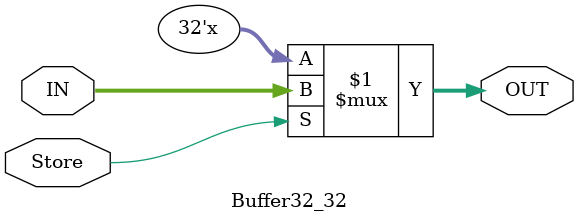
<source format=v>
module Buffer32_32(input [31:0] IN,input Store,output [31:0] OUT);
assign OUT = Store ? IN : 32'bZ;
endmodule
</source>
